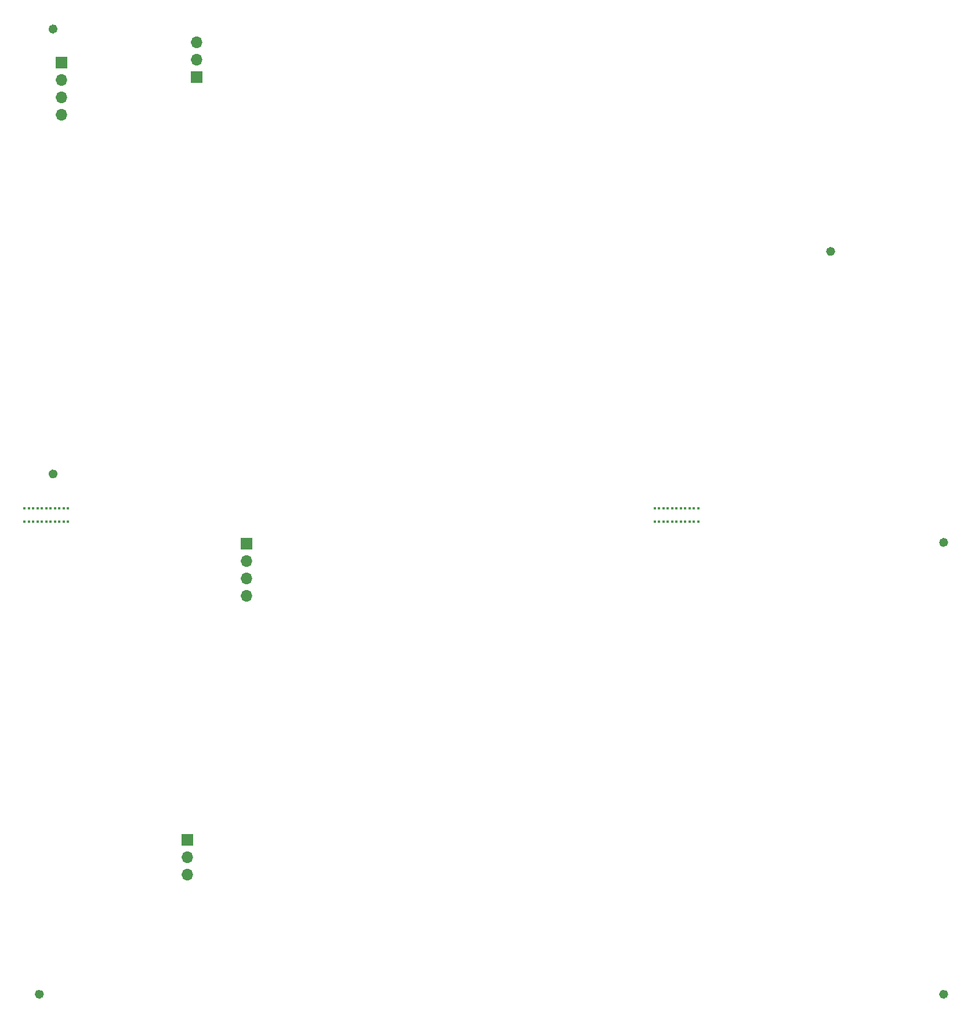
<source format=gbr>
G04 #@! TF.GenerationSoftware,KiCad,Pcbnew,(6.0.7)*
G04 #@! TF.CreationDate,2022-08-30T21:45:04-07:00*
G04 #@! TF.ProjectId,CombinedPanel,436f6d62-696e-4656-9450-616e656c2e6b,rev?*
G04 #@! TF.SameCoordinates,Original*
G04 #@! TF.FileFunction,Soldermask,Bot*
G04 #@! TF.FilePolarity,Negative*
%FSLAX46Y46*%
G04 Gerber Fmt 4.6, Leading zero omitted, Abs format (unit mm)*
G04 Created by KiCad (PCBNEW (6.0.7)) date 2022-08-30 21:45:04*
%MOMM*%
%LPD*%
G01*
G04 APERTURE LIST*
%ADD10C,0.650000*%
%ADD11R,1.700000X1.700000*%
%ADD12O,1.700000X1.700000*%
%ADD13C,1.152000*%
%ADD14C,0.380000*%
G04 APERTURE END LIST*
D10*
X63325000Y-32000000D02*
G75*
G03*
X63325000Y-32000000I-325000J0D01*
G01*
X176825000Y500000D02*
G75*
G03*
X176825000Y500000I-325000J0D01*
G01*
X63325000Y33000000D02*
G75*
G03*
X63325000Y33000000I-325000J0D01*
G01*
X193325000Y-42000000D02*
G75*
G03*
X193325000Y-42000000I-325000J0D01*
G01*
X193325000Y-108000000D02*
G75*
G03*
X193325000Y-108000000I-325000J0D01*
G01*
X61325000Y-108000000D02*
G75*
G03*
X61325000Y-108000000I-325000J0D01*
G01*
D11*
X84000000Y25960000D03*
D12*
X84000000Y28500000D03*
X84000000Y31040000D03*
D13*
X63000000Y-32000000D03*
X176500000Y500000D03*
D11*
X64250000Y28050000D03*
D12*
X64250000Y25510000D03*
X64250000Y22970000D03*
X64250000Y20430000D03*
D13*
X63000000Y33000000D03*
D14*
X156540000Y-37000000D03*
X150825000Y-39000000D03*
X152095000Y-37000000D03*
X154635000Y-39000000D03*
X151460000Y-39000000D03*
X156540000Y-39000000D03*
X152730000Y-37000000D03*
X154000000Y-37000000D03*
X151460000Y-37000000D03*
X154000000Y-39000000D03*
X154635000Y-37000000D03*
X153365000Y-37000000D03*
X153365000Y-39000000D03*
X152095000Y-39000000D03*
X155270000Y-37000000D03*
X155270000Y-39000000D03*
X150825000Y-37000000D03*
X155905000Y-37000000D03*
X152730000Y-39000000D03*
X155905000Y-39000000D03*
X157175000Y-39000000D03*
X157175000Y-37000000D03*
X64540000Y-37000000D03*
X58825000Y-39000000D03*
X60095000Y-37000000D03*
X62635000Y-39000000D03*
X59460000Y-39000000D03*
X64540000Y-39000000D03*
X60730000Y-37000000D03*
X62000000Y-37000000D03*
X59460000Y-37000000D03*
X62000000Y-39000000D03*
X62635000Y-37000000D03*
X61365000Y-37000000D03*
X61365000Y-39000000D03*
X60095000Y-39000000D03*
X63270000Y-37000000D03*
X63270000Y-39000000D03*
X58825000Y-37000000D03*
X63905000Y-37000000D03*
X60730000Y-39000000D03*
X63905000Y-39000000D03*
X65175000Y-39000000D03*
X65175000Y-37000000D03*
D13*
X193000000Y-42000000D03*
D11*
X91279900Y-42217800D03*
D12*
X91279900Y-44757800D03*
X91279900Y-47297800D03*
X91279900Y-49837800D03*
D11*
X82629900Y-85427800D03*
D12*
X82629900Y-87967800D03*
X82629900Y-90507800D03*
D13*
X193000000Y-108000000D03*
X61000000Y-108000000D03*
M02*

</source>
